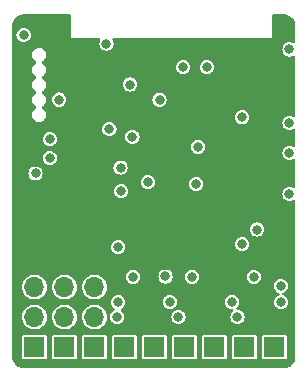
<source format=gbr>
%TF.GenerationSoftware,KiCad,Pcbnew,(6.0.8)*%
%TF.CreationDate,2022-11-21T19:10:26+00:00*%
%TF.ProjectId,m-link-plus,6d2d6c69-6e6b-42d7-906c-75732e6b6963,rev?*%
%TF.SameCoordinates,Original*%
%TF.FileFunction,Copper,L3,Inr*%
%TF.FilePolarity,Positive*%
%FSLAX46Y46*%
G04 Gerber Fmt 4.6, Leading zero omitted, Abs format (unit mm)*
G04 Created by KiCad (PCBNEW (6.0.8)) date 2022-11-21 19:10:26*
%MOMM*%
%LPD*%
G01*
G04 APERTURE LIST*
%TA.AperFunction,ComponentPad*%
%ADD10O,1.700000X1.700000*%
%TD*%
%TA.AperFunction,ComponentPad*%
%ADD11R,1.700000X1.700000*%
%TD*%
%TA.AperFunction,ViaPad*%
%ADD12C,0.800000*%
%TD*%
G04 APERTURE END LIST*
D10*
%TO.N,/CH1*%
%TO.C,J3*%
X80905000Y-92114000D03*
%TO.N,+5V*%
X80905000Y-94654000D03*
D11*
%TO.N,GND*%
X80905000Y-97194000D03*
D10*
%TO.N,/CH2*%
X83445000Y-92114000D03*
%TO.N,+5V*%
X83445000Y-94654000D03*
D11*
%TO.N,GND*%
X83445000Y-97194000D03*
D10*
%TO.N,/CH3*%
X85985000Y-92114000D03*
%TO.N,+5V*%
X85985000Y-94654000D03*
D11*
%TO.N,GND*%
X85985000Y-97194000D03*
%TO.N,/M1A*%
X88525000Y-97194000D03*
%TO.N,/M1B*%
X91065000Y-97194000D03*
%TO.N,/M2A*%
X93605000Y-97194000D03*
%TO.N,/M2B*%
X96145000Y-97194000D03*
%TO.N,/M3A*%
X98685000Y-97194000D03*
%TO.N,/M3B*%
X101225000Y-97194000D03*
%TD*%
D12*
%TO.N,GND*%
X94750000Y-80250000D03*
X89000000Y-74974500D03*
X91500000Y-76250000D03*
X99750000Y-87250000D03*
X88250000Y-84000000D03*
X79987701Y-70787701D03*
X81000000Y-82500000D03*
X88000000Y-88750000D03*
X87000000Y-71500000D03*
X97634000Y-93384000D03*
X92366000Y-93384000D03*
X88000000Y-93400000D03*
X88200000Y-82000000D03*
X101800000Y-93400000D03*
X102500000Y-72000000D03*
X94600000Y-83400000D03*
X101762299Y-92012299D03*
X102500000Y-78250000D03*
%TO.N,/DTR*%
X83000000Y-76250000D03*
%TO.N,+5V*%
X98500000Y-88500000D03*
X98096000Y-94654000D03*
X87904000Y-94654000D03*
X93096000Y-94654000D03*
X92000000Y-91225500D03*
%TO.N,/RESET*%
X93500000Y-73500000D03*
%TO.N,/ADC*%
X102500000Y-80750000D03*
%TO.N,/EN*%
X95500000Y-73500000D03*
%TO.N,/MTDI*%
X82200000Y-81200000D03*
%TO.N,/LED1*%
X98500000Y-77750000D03*
%TO.N,+3V3*%
X89325000Y-76175000D03*
X97000000Y-78750000D03*
X92525000Y-72025000D03*
X88000000Y-91250000D03*
X97000000Y-80250000D03*
X97000000Y-77250000D03*
X98160000Y-91250000D03*
X80250000Y-78750000D03*
X101750000Y-88000000D03*
X81000000Y-83500000D03*
X97000000Y-83250000D03*
X93080000Y-91250000D03*
X93000000Y-77750000D03*
%TO.N,/SCL*%
X89200000Y-79400000D03*
%TO.N,/SDA*%
X87250000Y-78750000D03*
%TO.N,/SLEEP*%
X99480500Y-91250000D03*
X94250000Y-91250000D03*
X89250000Y-91250000D03*
X102500000Y-84250000D03*
%TO.N,/ESP_LED*%
X82200000Y-79600000D03*
%TO.N,/ENABLE*%
X90500000Y-83250000D03*
%TD*%
%TA.AperFunction,Conductor*%
%TO.N,+3V3*%
G36*
X83942121Y-69030502D02*
G01*
X83988614Y-69084158D01*
X84000000Y-69136500D01*
X84000000Y-71000000D01*
X86372300Y-71000000D01*
X86440421Y-71020002D01*
X86486914Y-71073658D01*
X86497018Y-71143932D01*
X86481419Y-71189000D01*
X86480490Y-71190609D01*
X86475464Y-71197159D01*
X86472305Y-71204785D01*
X86472304Y-71204787D01*
X86465586Y-71221006D01*
X86414956Y-71343238D01*
X86394318Y-71500000D01*
X86414956Y-71656762D01*
X86475464Y-71802841D01*
X86571718Y-71928282D01*
X86697159Y-72024536D01*
X86843238Y-72085044D01*
X87000000Y-72105682D01*
X87008188Y-72104604D01*
X87148574Y-72086122D01*
X87156762Y-72085044D01*
X87302841Y-72024536D01*
X87428282Y-71928282D01*
X87524536Y-71802841D01*
X87585044Y-71656762D01*
X87605682Y-71500000D01*
X87585044Y-71343238D01*
X87534414Y-71221006D01*
X87527696Y-71204787D01*
X87527695Y-71204785D01*
X87524536Y-71197159D01*
X87519510Y-71190609D01*
X87518581Y-71189000D01*
X87501843Y-71120005D01*
X87525063Y-71052913D01*
X87580871Y-71009026D01*
X87627700Y-71000000D01*
X101000000Y-71000000D01*
X101000000Y-69136500D01*
X101020002Y-69068379D01*
X101073658Y-69021886D01*
X101126000Y-69010500D01*
X101994491Y-69010500D01*
X101998315Y-69010667D01*
X102000000Y-69011365D01*
X102001365Y-69010800D01*
X102005472Y-69010979D01*
X102043305Y-69014289D01*
X102160847Y-69024573D01*
X102182470Y-69028385D01*
X102251244Y-69046813D01*
X102327781Y-69067321D01*
X102348420Y-69074833D01*
X102484760Y-69138410D01*
X102503780Y-69149392D01*
X102627011Y-69235679D01*
X102643836Y-69249797D01*
X102750203Y-69356164D01*
X102764321Y-69372989D01*
X102850608Y-69496220D01*
X102861590Y-69515240D01*
X102925167Y-69651580D01*
X102932679Y-69672219D01*
X102971614Y-69817526D01*
X102975428Y-69839156D01*
X102989021Y-69994528D01*
X102989200Y-69998635D01*
X102988635Y-70000000D01*
X102989333Y-70001685D01*
X102989500Y-70005509D01*
X102989500Y-71366238D01*
X102969498Y-71434359D01*
X102915842Y-71480852D01*
X102845568Y-71490956D01*
X102804509Y-71476744D01*
X102802841Y-71475464D01*
X102795213Y-71472304D01*
X102664391Y-71418116D01*
X102656762Y-71414956D01*
X102500000Y-71394318D01*
X102343238Y-71414956D01*
X102197159Y-71475464D01*
X102071718Y-71571718D01*
X101975464Y-71697159D01*
X101914956Y-71843238D01*
X101894318Y-72000000D01*
X101914956Y-72156762D01*
X101975464Y-72302841D01*
X102071718Y-72428282D01*
X102197159Y-72524536D01*
X102343238Y-72585044D01*
X102500000Y-72605682D01*
X102508188Y-72604604D01*
X102648574Y-72586122D01*
X102656762Y-72585044D01*
X102786934Y-72531125D01*
X102795215Y-72527695D01*
X102795216Y-72527694D01*
X102802841Y-72524536D01*
X102803718Y-72523863D01*
X102869494Y-72507905D01*
X102936586Y-72531125D01*
X102980474Y-72586931D01*
X102989500Y-72633762D01*
X102989500Y-77616238D01*
X102969498Y-77684359D01*
X102915842Y-77730852D01*
X102845568Y-77740956D01*
X102804509Y-77726744D01*
X102802841Y-77725464D01*
X102795213Y-77722304D01*
X102664391Y-77668116D01*
X102656762Y-77664956D01*
X102500000Y-77644318D01*
X102343238Y-77664956D01*
X102197159Y-77725464D01*
X102071718Y-77821718D01*
X101975464Y-77947159D01*
X101914956Y-78093238D01*
X101894318Y-78250000D01*
X101914956Y-78406762D01*
X101975464Y-78552841D01*
X102071718Y-78678282D01*
X102197159Y-78774536D01*
X102343238Y-78835044D01*
X102500000Y-78855682D01*
X102508188Y-78854604D01*
X102648574Y-78836122D01*
X102656762Y-78835044D01*
X102786934Y-78781125D01*
X102795215Y-78777695D01*
X102795216Y-78777694D01*
X102802841Y-78774536D01*
X102803718Y-78773863D01*
X102869494Y-78757905D01*
X102936586Y-78781125D01*
X102980474Y-78836931D01*
X102989500Y-78883762D01*
X102989500Y-80116238D01*
X102969498Y-80184359D01*
X102915842Y-80230852D01*
X102845568Y-80240956D01*
X102804509Y-80226744D01*
X102802841Y-80225464D01*
X102795213Y-80222304D01*
X102664391Y-80168116D01*
X102656762Y-80164956D01*
X102500000Y-80144318D01*
X102343238Y-80164956D01*
X102197159Y-80225464D01*
X102071718Y-80321718D01*
X101975464Y-80447159D01*
X101914956Y-80593238D01*
X101894318Y-80750000D01*
X101914956Y-80906762D01*
X101975464Y-81052841D01*
X102071718Y-81178282D01*
X102078264Y-81183305D01*
X102107918Y-81206059D01*
X102197159Y-81274536D01*
X102343238Y-81335044D01*
X102500000Y-81355682D01*
X102508188Y-81354604D01*
X102648574Y-81336122D01*
X102656762Y-81335044D01*
X102786934Y-81281125D01*
X102795215Y-81277695D01*
X102795216Y-81277694D01*
X102802841Y-81274536D01*
X102803718Y-81273863D01*
X102869494Y-81257905D01*
X102936586Y-81281125D01*
X102980474Y-81336931D01*
X102989500Y-81383762D01*
X102989500Y-83616238D01*
X102969498Y-83684359D01*
X102915842Y-83730852D01*
X102845568Y-83740956D01*
X102804509Y-83726744D01*
X102802841Y-83725464D01*
X102795213Y-83722304D01*
X102664391Y-83668116D01*
X102656762Y-83664956D01*
X102500000Y-83644318D01*
X102343238Y-83664956D01*
X102197159Y-83725464D01*
X102071718Y-83821718D01*
X101975464Y-83947159D01*
X101914956Y-84093238D01*
X101894318Y-84250000D01*
X101914956Y-84406762D01*
X101975464Y-84552841D01*
X102071718Y-84678282D01*
X102197159Y-84774536D01*
X102343238Y-84835044D01*
X102500000Y-84855682D01*
X102508188Y-84854604D01*
X102648574Y-84836122D01*
X102656762Y-84835044D01*
X102786934Y-84781125D01*
X102795215Y-84777695D01*
X102795216Y-84777694D01*
X102802841Y-84774536D01*
X102803718Y-84773863D01*
X102869494Y-84757905D01*
X102936586Y-84781125D01*
X102980474Y-84836931D01*
X102989500Y-84883762D01*
X102989500Y-97994491D01*
X102989333Y-97998315D01*
X102988635Y-98000000D01*
X102989200Y-98001365D01*
X102989021Y-98005472D01*
X102977904Y-98132547D01*
X102975428Y-98160844D01*
X102971615Y-98182470D01*
X102954994Y-98244500D01*
X102932679Y-98327781D01*
X102925167Y-98348420D01*
X102861590Y-98484760D01*
X102850608Y-98503780D01*
X102764321Y-98627011D01*
X102750203Y-98643836D01*
X102643836Y-98750203D01*
X102627011Y-98764321D01*
X102503780Y-98850608D01*
X102484760Y-98861590D01*
X102348420Y-98925167D01*
X102327780Y-98932679D01*
X102182470Y-98971615D01*
X102160847Y-98975427D01*
X102043305Y-98985711D01*
X102005472Y-98989021D01*
X102001365Y-98989200D01*
X102000000Y-98988635D01*
X101998315Y-98989333D01*
X101994491Y-98989500D01*
X80005509Y-98989500D01*
X80001685Y-98989333D01*
X80000000Y-98988635D01*
X79998635Y-98989200D01*
X79994528Y-98989021D01*
X79956695Y-98985711D01*
X79839153Y-98975427D01*
X79817530Y-98971615D01*
X79672220Y-98932679D01*
X79651580Y-98925167D01*
X79515240Y-98861590D01*
X79496220Y-98850608D01*
X79372989Y-98764321D01*
X79356164Y-98750203D01*
X79249797Y-98643836D01*
X79235679Y-98627011D01*
X79149392Y-98503780D01*
X79138410Y-98484760D01*
X79074833Y-98348420D01*
X79067321Y-98327781D01*
X79045006Y-98244500D01*
X79028385Y-98182470D01*
X79024572Y-98160844D01*
X79022097Y-98132547D01*
X79016078Y-98063748D01*
X79854500Y-98063748D01*
X79866133Y-98122231D01*
X79910448Y-98188552D01*
X79976769Y-98232867D01*
X79988938Y-98235288D01*
X79988939Y-98235288D01*
X80029184Y-98243293D01*
X80035252Y-98244500D01*
X81774748Y-98244500D01*
X81780816Y-98243293D01*
X81821061Y-98235288D01*
X81821062Y-98235288D01*
X81833231Y-98232867D01*
X81899552Y-98188552D01*
X81943867Y-98122231D01*
X81955500Y-98063748D01*
X82394500Y-98063748D01*
X82406133Y-98122231D01*
X82450448Y-98188552D01*
X82516769Y-98232867D01*
X82528938Y-98235288D01*
X82528939Y-98235288D01*
X82569184Y-98243293D01*
X82575252Y-98244500D01*
X84314748Y-98244500D01*
X84320816Y-98243293D01*
X84361061Y-98235288D01*
X84361062Y-98235288D01*
X84373231Y-98232867D01*
X84439552Y-98188552D01*
X84483867Y-98122231D01*
X84495500Y-98063748D01*
X84934500Y-98063748D01*
X84946133Y-98122231D01*
X84990448Y-98188552D01*
X85056769Y-98232867D01*
X85068938Y-98235288D01*
X85068939Y-98235288D01*
X85109184Y-98243293D01*
X85115252Y-98244500D01*
X86854748Y-98244500D01*
X86860816Y-98243293D01*
X86901061Y-98235288D01*
X86901062Y-98235288D01*
X86913231Y-98232867D01*
X86979552Y-98188552D01*
X87023867Y-98122231D01*
X87035500Y-98063748D01*
X87474500Y-98063748D01*
X87486133Y-98122231D01*
X87530448Y-98188552D01*
X87596769Y-98232867D01*
X87608938Y-98235288D01*
X87608939Y-98235288D01*
X87649184Y-98243293D01*
X87655252Y-98244500D01*
X89394748Y-98244500D01*
X89400816Y-98243293D01*
X89441061Y-98235288D01*
X89441062Y-98235288D01*
X89453231Y-98232867D01*
X89519552Y-98188552D01*
X89563867Y-98122231D01*
X89575500Y-98063748D01*
X90014500Y-98063748D01*
X90026133Y-98122231D01*
X90070448Y-98188552D01*
X90136769Y-98232867D01*
X90148938Y-98235288D01*
X90148939Y-98235288D01*
X90189184Y-98243293D01*
X90195252Y-98244500D01*
X91934748Y-98244500D01*
X91940816Y-98243293D01*
X91981061Y-98235288D01*
X91981062Y-98235288D01*
X91993231Y-98232867D01*
X92059552Y-98188552D01*
X92103867Y-98122231D01*
X92115500Y-98063748D01*
X92554500Y-98063748D01*
X92566133Y-98122231D01*
X92610448Y-98188552D01*
X92676769Y-98232867D01*
X92688938Y-98235288D01*
X92688939Y-98235288D01*
X92729184Y-98243293D01*
X92735252Y-98244500D01*
X94474748Y-98244500D01*
X94480816Y-98243293D01*
X94521061Y-98235288D01*
X94521062Y-98235288D01*
X94533231Y-98232867D01*
X94599552Y-98188552D01*
X94643867Y-98122231D01*
X94655500Y-98063748D01*
X95094500Y-98063748D01*
X95106133Y-98122231D01*
X95150448Y-98188552D01*
X95216769Y-98232867D01*
X95228938Y-98235288D01*
X95228939Y-98235288D01*
X95269184Y-98243293D01*
X95275252Y-98244500D01*
X97014748Y-98244500D01*
X97020816Y-98243293D01*
X97061061Y-98235288D01*
X97061062Y-98235288D01*
X97073231Y-98232867D01*
X97139552Y-98188552D01*
X97183867Y-98122231D01*
X97195500Y-98063748D01*
X97634500Y-98063748D01*
X97646133Y-98122231D01*
X97690448Y-98188552D01*
X97756769Y-98232867D01*
X97768938Y-98235288D01*
X97768939Y-98235288D01*
X97809184Y-98243293D01*
X97815252Y-98244500D01*
X99554748Y-98244500D01*
X99560816Y-98243293D01*
X99601061Y-98235288D01*
X99601062Y-98235288D01*
X99613231Y-98232867D01*
X99679552Y-98188552D01*
X99723867Y-98122231D01*
X99735500Y-98063748D01*
X100174500Y-98063748D01*
X100186133Y-98122231D01*
X100230448Y-98188552D01*
X100296769Y-98232867D01*
X100308938Y-98235288D01*
X100308939Y-98235288D01*
X100349184Y-98243293D01*
X100355252Y-98244500D01*
X102094748Y-98244500D01*
X102100816Y-98243293D01*
X102141061Y-98235288D01*
X102141062Y-98235288D01*
X102153231Y-98232867D01*
X102219552Y-98188552D01*
X102263867Y-98122231D01*
X102275500Y-98063748D01*
X102275500Y-96324252D01*
X102263867Y-96265769D01*
X102219552Y-96199448D01*
X102153231Y-96155133D01*
X102141062Y-96152712D01*
X102141061Y-96152712D01*
X102100816Y-96144707D01*
X102094748Y-96143500D01*
X100355252Y-96143500D01*
X100349184Y-96144707D01*
X100308939Y-96152712D01*
X100308938Y-96152712D01*
X100296769Y-96155133D01*
X100230448Y-96199448D01*
X100186133Y-96265769D01*
X100174500Y-96324252D01*
X100174500Y-98063748D01*
X99735500Y-98063748D01*
X99735500Y-96324252D01*
X99723867Y-96265769D01*
X99679552Y-96199448D01*
X99613231Y-96155133D01*
X99601062Y-96152712D01*
X99601061Y-96152712D01*
X99560816Y-96144707D01*
X99554748Y-96143500D01*
X97815252Y-96143500D01*
X97809184Y-96144707D01*
X97768939Y-96152712D01*
X97768938Y-96152712D01*
X97756769Y-96155133D01*
X97690448Y-96199448D01*
X97646133Y-96265769D01*
X97634500Y-96324252D01*
X97634500Y-98063748D01*
X97195500Y-98063748D01*
X97195500Y-96324252D01*
X97183867Y-96265769D01*
X97139552Y-96199448D01*
X97073231Y-96155133D01*
X97061062Y-96152712D01*
X97061061Y-96152712D01*
X97020816Y-96144707D01*
X97014748Y-96143500D01*
X95275252Y-96143500D01*
X95269184Y-96144707D01*
X95228939Y-96152712D01*
X95228938Y-96152712D01*
X95216769Y-96155133D01*
X95150448Y-96199448D01*
X95106133Y-96265769D01*
X95094500Y-96324252D01*
X95094500Y-98063748D01*
X94655500Y-98063748D01*
X94655500Y-96324252D01*
X94643867Y-96265769D01*
X94599552Y-96199448D01*
X94533231Y-96155133D01*
X94521062Y-96152712D01*
X94521061Y-96152712D01*
X94480816Y-96144707D01*
X94474748Y-96143500D01*
X92735252Y-96143500D01*
X92729184Y-96144707D01*
X92688939Y-96152712D01*
X92688938Y-96152712D01*
X92676769Y-96155133D01*
X92610448Y-96199448D01*
X92566133Y-96265769D01*
X92554500Y-96324252D01*
X92554500Y-98063748D01*
X92115500Y-98063748D01*
X92115500Y-96324252D01*
X92103867Y-96265769D01*
X92059552Y-96199448D01*
X91993231Y-96155133D01*
X91981062Y-96152712D01*
X91981061Y-96152712D01*
X91940816Y-96144707D01*
X91934748Y-96143500D01*
X90195252Y-96143500D01*
X90189184Y-96144707D01*
X90148939Y-96152712D01*
X90148938Y-96152712D01*
X90136769Y-96155133D01*
X90070448Y-96199448D01*
X90026133Y-96265769D01*
X90014500Y-96324252D01*
X90014500Y-98063748D01*
X89575500Y-98063748D01*
X89575500Y-96324252D01*
X89563867Y-96265769D01*
X89519552Y-96199448D01*
X89453231Y-96155133D01*
X89441062Y-96152712D01*
X89441061Y-96152712D01*
X89400816Y-96144707D01*
X89394748Y-96143500D01*
X87655252Y-96143500D01*
X87649184Y-96144707D01*
X87608939Y-96152712D01*
X87608938Y-96152712D01*
X87596769Y-96155133D01*
X87530448Y-96199448D01*
X87486133Y-96265769D01*
X87474500Y-96324252D01*
X87474500Y-98063748D01*
X87035500Y-98063748D01*
X87035500Y-96324252D01*
X87023867Y-96265769D01*
X86979552Y-96199448D01*
X86913231Y-96155133D01*
X86901062Y-96152712D01*
X86901061Y-96152712D01*
X86860816Y-96144707D01*
X86854748Y-96143500D01*
X85115252Y-96143500D01*
X85109184Y-96144707D01*
X85068939Y-96152712D01*
X85068938Y-96152712D01*
X85056769Y-96155133D01*
X84990448Y-96199448D01*
X84946133Y-96265769D01*
X84934500Y-96324252D01*
X84934500Y-98063748D01*
X84495500Y-98063748D01*
X84495500Y-96324252D01*
X84483867Y-96265769D01*
X84439552Y-96199448D01*
X84373231Y-96155133D01*
X84361062Y-96152712D01*
X84361061Y-96152712D01*
X84320816Y-96144707D01*
X84314748Y-96143500D01*
X82575252Y-96143500D01*
X82569184Y-96144707D01*
X82528939Y-96152712D01*
X82528938Y-96152712D01*
X82516769Y-96155133D01*
X82450448Y-96199448D01*
X82406133Y-96265769D01*
X82394500Y-96324252D01*
X82394500Y-98063748D01*
X81955500Y-98063748D01*
X81955500Y-96324252D01*
X81943867Y-96265769D01*
X81899552Y-96199448D01*
X81833231Y-96155133D01*
X81821062Y-96152712D01*
X81821061Y-96152712D01*
X81780816Y-96144707D01*
X81774748Y-96143500D01*
X80035252Y-96143500D01*
X80029184Y-96144707D01*
X79988939Y-96152712D01*
X79988938Y-96152712D01*
X79976769Y-96155133D01*
X79910448Y-96199448D01*
X79866133Y-96265769D01*
X79854500Y-96324252D01*
X79854500Y-98063748D01*
X79016078Y-98063748D01*
X79010979Y-98005472D01*
X79010800Y-98001365D01*
X79011365Y-98000000D01*
X79010667Y-97998315D01*
X79010500Y-97994491D01*
X79010500Y-94639262D01*
X79849520Y-94639262D01*
X79866759Y-94844553D01*
X79868458Y-94850478D01*
X79900836Y-94963392D01*
X79923544Y-95042586D01*
X79926359Y-95048063D01*
X79926360Y-95048066D01*
X79946526Y-95087305D01*
X80017712Y-95225818D01*
X80145677Y-95387270D01*
X80302564Y-95520791D01*
X80482398Y-95621297D01*
X80577238Y-95652113D01*
X80672471Y-95683056D01*
X80672475Y-95683057D01*
X80678329Y-95684959D01*
X80882894Y-95709351D01*
X80889029Y-95708879D01*
X80889031Y-95708879D01*
X80945039Y-95704569D01*
X81088300Y-95693546D01*
X81094230Y-95691890D01*
X81094232Y-95691890D01*
X81280797Y-95639800D01*
X81280796Y-95639800D01*
X81286725Y-95638145D01*
X81292214Y-95635372D01*
X81292220Y-95635370D01*
X81465116Y-95548033D01*
X81470610Y-95545258D01*
X81632951Y-95418424D01*
X81767564Y-95262472D01*
X81788387Y-95225818D01*
X81866276Y-95088707D01*
X81869323Y-95083344D01*
X81934351Y-94887863D01*
X81960171Y-94683474D01*
X81960583Y-94654000D01*
X81959138Y-94639262D01*
X82389520Y-94639262D01*
X82406759Y-94844553D01*
X82408458Y-94850478D01*
X82440836Y-94963392D01*
X82463544Y-95042586D01*
X82466359Y-95048063D01*
X82466360Y-95048066D01*
X82486526Y-95087305D01*
X82557712Y-95225818D01*
X82685677Y-95387270D01*
X82842564Y-95520791D01*
X83022398Y-95621297D01*
X83117238Y-95652113D01*
X83212471Y-95683056D01*
X83212475Y-95683057D01*
X83218329Y-95684959D01*
X83422894Y-95709351D01*
X83429029Y-95708879D01*
X83429031Y-95708879D01*
X83485039Y-95704569D01*
X83628300Y-95693546D01*
X83634230Y-95691890D01*
X83634232Y-95691890D01*
X83820797Y-95639800D01*
X83820796Y-95639800D01*
X83826725Y-95638145D01*
X83832214Y-95635372D01*
X83832220Y-95635370D01*
X84005116Y-95548033D01*
X84010610Y-95545258D01*
X84172951Y-95418424D01*
X84307564Y-95262472D01*
X84328387Y-95225818D01*
X84406276Y-95088707D01*
X84409323Y-95083344D01*
X84474351Y-94887863D01*
X84500171Y-94683474D01*
X84500583Y-94654000D01*
X84499138Y-94639262D01*
X84929520Y-94639262D01*
X84946759Y-94844553D01*
X84948458Y-94850478D01*
X84980836Y-94963392D01*
X85003544Y-95042586D01*
X85006359Y-95048063D01*
X85006360Y-95048066D01*
X85026526Y-95087305D01*
X85097712Y-95225818D01*
X85225677Y-95387270D01*
X85382564Y-95520791D01*
X85562398Y-95621297D01*
X85657238Y-95652113D01*
X85752471Y-95683056D01*
X85752475Y-95683057D01*
X85758329Y-95684959D01*
X85962894Y-95709351D01*
X85969029Y-95708879D01*
X85969031Y-95708879D01*
X86025039Y-95704569D01*
X86168300Y-95693546D01*
X86174230Y-95691890D01*
X86174232Y-95691890D01*
X86360797Y-95639800D01*
X86360796Y-95639800D01*
X86366725Y-95638145D01*
X86372214Y-95635372D01*
X86372220Y-95635370D01*
X86545116Y-95548033D01*
X86550610Y-95545258D01*
X86712951Y-95418424D01*
X86847564Y-95262472D01*
X86868387Y-95225818D01*
X86946276Y-95088707D01*
X86949323Y-95083344D01*
X87014351Y-94887863D01*
X87040171Y-94683474D01*
X87040583Y-94654000D01*
X87298318Y-94654000D01*
X87318956Y-94810762D01*
X87379464Y-94956841D01*
X87475718Y-95082282D01*
X87601159Y-95178536D01*
X87747238Y-95239044D01*
X87904000Y-95259682D01*
X87912188Y-95258604D01*
X88052574Y-95240122D01*
X88060762Y-95239044D01*
X88206841Y-95178536D01*
X88332282Y-95082282D01*
X88428536Y-94956841D01*
X88489044Y-94810762D01*
X88509682Y-94654000D01*
X92490318Y-94654000D01*
X92510956Y-94810762D01*
X92571464Y-94956841D01*
X92667718Y-95082282D01*
X92793159Y-95178536D01*
X92939238Y-95239044D01*
X93096000Y-95259682D01*
X93104188Y-95258604D01*
X93244574Y-95240122D01*
X93252762Y-95239044D01*
X93398841Y-95178536D01*
X93524282Y-95082282D01*
X93620536Y-94956841D01*
X93681044Y-94810762D01*
X93701682Y-94654000D01*
X93681044Y-94497238D01*
X93620536Y-94351159D01*
X93524282Y-94225718D01*
X93398841Y-94129464D01*
X93252762Y-94068956D01*
X93096000Y-94048318D01*
X92939238Y-94068956D01*
X92793159Y-94129464D01*
X92667718Y-94225718D01*
X92571464Y-94351159D01*
X92510956Y-94497238D01*
X92490318Y-94654000D01*
X88509682Y-94654000D01*
X88489044Y-94497238D01*
X88428536Y-94351159D01*
X88332282Y-94225718D01*
X88325735Y-94220694D01*
X88325732Y-94220691D01*
X88240195Y-94155056D01*
X88198328Y-94097718D01*
X88194106Y-94026847D01*
X88228870Y-93964945D01*
X88268682Y-93938685D01*
X88302841Y-93924536D01*
X88428282Y-93828282D01*
X88524536Y-93702841D01*
X88585044Y-93556762D01*
X88605682Y-93400000D01*
X88603576Y-93384000D01*
X91760318Y-93384000D01*
X91780956Y-93540762D01*
X91841464Y-93686841D01*
X91937718Y-93812282D01*
X92063159Y-93908536D01*
X92209238Y-93969044D01*
X92366000Y-93989682D01*
X92374188Y-93988604D01*
X92376247Y-93988333D01*
X92522762Y-93969044D01*
X92668841Y-93908536D01*
X92794282Y-93812282D01*
X92890536Y-93686841D01*
X92951044Y-93540762D01*
X92971682Y-93384000D01*
X97028318Y-93384000D01*
X97048956Y-93540762D01*
X97109464Y-93686841D01*
X97205718Y-93812282D01*
X97331159Y-93908536D01*
X97477238Y-93969044D01*
X97519180Y-93974566D01*
X97623751Y-93988333D01*
X97688679Y-94017056D01*
X97727770Y-94076321D01*
X97728615Y-94147312D01*
X97690945Y-94207491D01*
X97684007Y-94213219D01*
X97667718Y-94225718D01*
X97571464Y-94351159D01*
X97510956Y-94497238D01*
X97490318Y-94654000D01*
X97510956Y-94810762D01*
X97571464Y-94956841D01*
X97667718Y-95082282D01*
X97793159Y-95178536D01*
X97939238Y-95239044D01*
X98096000Y-95259682D01*
X98104188Y-95258604D01*
X98244574Y-95240122D01*
X98252762Y-95239044D01*
X98398841Y-95178536D01*
X98524282Y-95082282D01*
X98620536Y-94956841D01*
X98681044Y-94810762D01*
X98701682Y-94654000D01*
X98681044Y-94497238D01*
X98620536Y-94351159D01*
X98524282Y-94225718D01*
X98398841Y-94129464D01*
X98252762Y-94068956D01*
X98207772Y-94063033D01*
X98106249Y-94049667D01*
X98041321Y-94020944D01*
X98002230Y-93961679D01*
X98001385Y-93890688D01*
X98039055Y-93830509D01*
X98045993Y-93824781D01*
X98055735Y-93817306D01*
X98055736Y-93817305D01*
X98062282Y-93812282D01*
X98158536Y-93686841D01*
X98219044Y-93540762D01*
X98239682Y-93384000D01*
X98219044Y-93227238D01*
X98158536Y-93081159D01*
X98090059Y-92991918D01*
X98067305Y-92962264D01*
X98062282Y-92955718D01*
X97936841Y-92859464D01*
X97790762Y-92798956D01*
X97634000Y-92778318D01*
X97477238Y-92798956D01*
X97331159Y-92859464D01*
X97205718Y-92955718D01*
X97200695Y-92962264D01*
X97177941Y-92991918D01*
X97109464Y-93081159D01*
X97048956Y-93227238D01*
X97028318Y-93384000D01*
X92971682Y-93384000D01*
X92951044Y-93227238D01*
X92890536Y-93081159D01*
X92822059Y-92991918D01*
X92799305Y-92962264D01*
X92794282Y-92955718D01*
X92668841Y-92859464D01*
X92522762Y-92798956D01*
X92366000Y-92778318D01*
X92209238Y-92798956D01*
X92063159Y-92859464D01*
X91937718Y-92955718D01*
X91932695Y-92962264D01*
X91909941Y-92991918D01*
X91841464Y-93081159D01*
X91780956Y-93227238D01*
X91760318Y-93384000D01*
X88603576Y-93384000D01*
X88585044Y-93243238D01*
X88524536Y-93097159D01*
X88428282Y-92971718D01*
X88302841Y-92875464D01*
X88156762Y-92814956D01*
X88000000Y-92794318D01*
X87843238Y-92814956D01*
X87697159Y-92875464D01*
X87571718Y-92971718D01*
X87475464Y-93097159D01*
X87414956Y-93243238D01*
X87394318Y-93400000D01*
X87414956Y-93556762D01*
X87475464Y-93702841D01*
X87571718Y-93828282D01*
X87578264Y-93833305D01*
X87578268Y-93833309D01*
X87663805Y-93898944D01*
X87705672Y-93956282D01*
X87709894Y-94027153D01*
X87675130Y-94089055D01*
X87635319Y-94115315D01*
X87601159Y-94129464D01*
X87475718Y-94225718D01*
X87379464Y-94351159D01*
X87318956Y-94497238D01*
X87298318Y-94654000D01*
X87040583Y-94654000D01*
X87020480Y-94448970D01*
X86960935Y-94251749D01*
X86864218Y-94069849D01*
X86778660Y-93964945D01*
X86737906Y-93914975D01*
X86737903Y-93914972D01*
X86734011Y-93910200D01*
X86641066Y-93833309D01*
X86580025Y-93782811D01*
X86580021Y-93782809D01*
X86575275Y-93778882D01*
X86394055Y-93680897D01*
X86197254Y-93619977D01*
X86191129Y-93619333D01*
X86191128Y-93619333D01*
X85998498Y-93599087D01*
X85998496Y-93599087D01*
X85992369Y-93598443D01*
X85905529Y-93606346D01*
X85793342Y-93616555D01*
X85793339Y-93616556D01*
X85787203Y-93617114D01*
X85589572Y-93675280D01*
X85407002Y-93770726D01*
X85402201Y-93774586D01*
X85402198Y-93774588D01*
X85329169Y-93833305D01*
X85246447Y-93899815D01*
X85114024Y-94057630D01*
X85111056Y-94063028D01*
X85111053Y-94063033D01*
X85021617Y-94225718D01*
X85014776Y-94238162D01*
X84952484Y-94434532D01*
X84951798Y-94440649D01*
X84951797Y-94440653D01*
X84946306Y-94489609D01*
X84929520Y-94639262D01*
X84499138Y-94639262D01*
X84480480Y-94448970D01*
X84420935Y-94251749D01*
X84324218Y-94069849D01*
X84238660Y-93964945D01*
X84197906Y-93914975D01*
X84197903Y-93914972D01*
X84194011Y-93910200D01*
X84101066Y-93833309D01*
X84040025Y-93782811D01*
X84040021Y-93782809D01*
X84035275Y-93778882D01*
X83854055Y-93680897D01*
X83657254Y-93619977D01*
X83651129Y-93619333D01*
X83651128Y-93619333D01*
X83458498Y-93599087D01*
X83458496Y-93599087D01*
X83452369Y-93598443D01*
X83365529Y-93606346D01*
X83253342Y-93616555D01*
X83253339Y-93616556D01*
X83247203Y-93617114D01*
X83049572Y-93675280D01*
X82867002Y-93770726D01*
X82862201Y-93774586D01*
X82862198Y-93774588D01*
X82789169Y-93833305D01*
X82706447Y-93899815D01*
X82574024Y-94057630D01*
X82571056Y-94063028D01*
X82571053Y-94063033D01*
X82481617Y-94225718D01*
X82474776Y-94238162D01*
X82412484Y-94434532D01*
X82411798Y-94440649D01*
X82411797Y-94440653D01*
X82406306Y-94489609D01*
X82389520Y-94639262D01*
X81959138Y-94639262D01*
X81940480Y-94448970D01*
X81880935Y-94251749D01*
X81784218Y-94069849D01*
X81698660Y-93964945D01*
X81657906Y-93914975D01*
X81657903Y-93914972D01*
X81654011Y-93910200D01*
X81561066Y-93833309D01*
X81500025Y-93782811D01*
X81500021Y-93782809D01*
X81495275Y-93778882D01*
X81314055Y-93680897D01*
X81117254Y-93619977D01*
X81111129Y-93619333D01*
X81111128Y-93619333D01*
X80918498Y-93599087D01*
X80918496Y-93599087D01*
X80912369Y-93598443D01*
X80825529Y-93606346D01*
X80713342Y-93616555D01*
X80713339Y-93616556D01*
X80707203Y-93617114D01*
X80509572Y-93675280D01*
X80327002Y-93770726D01*
X80322201Y-93774586D01*
X80322198Y-93774588D01*
X80249169Y-93833305D01*
X80166447Y-93899815D01*
X80034024Y-94057630D01*
X80031056Y-94063028D01*
X80031053Y-94063033D01*
X79941617Y-94225718D01*
X79934776Y-94238162D01*
X79872484Y-94434532D01*
X79871798Y-94440649D01*
X79871797Y-94440653D01*
X79866306Y-94489609D01*
X79849520Y-94639262D01*
X79010500Y-94639262D01*
X79010500Y-92099262D01*
X79849520Y-92099262D01*
X79866759Y-92304553D01*
X79868458Y-92310478D01*
X79907205Y-92445604D01*
X79923544Y-92502586D01*
X79926359Y-92508063D01*
X79926360Y-92508066D01*
X80014897Y-92680341D01*
X80017712Y-92685818D01*
X80145677Y-92847270D01*
X80150370Y-92851264D01*
X80150371Y-92851265D01*
X80184712Y-92880491D01*
X80302564Y-92980791D01*
X80482398Y-93081297D01*
X80554699Y-93104789D01*
X80672471Y-93143056D01*
X80672475Y-93143057D01*
X80678329Y-93144959D01*
X80882894Y-93169351D01*
X80889029Y-93168879D01*
X80889031Y-93168879D01*
X80945039Y-93164569D01*
X81088300Y-93153546D01*
X81094230Y-93151890D01*
X81094232Y-93151890D01*
X81218104Y-93117304D01*
X81286725Y-93098145D01*
X81292214Y-93095372D01*
X81292220Y-93095370D01*
X81465116Y-93008033D01*
X81470610Y-93005258D01*
X81513540Y-92971718D01*
X81628101Y-92882213D01*
X81632951Y-92878424D01*
X81652045Y-92856304D01*
X81763540Y-92727134D01*
X81763540Y-92727133D01*
X81767564Y-92722472D01*
X81788387Y-92685818D01*
X81809467Y-92648709D01*
X81869323Y-92543344D01*
X81934351Y-92347863D01*
X81960171Y-92143474D01*
X81960583Y-92114000D01*
X81959138Y-92099262D01*
X82389520Y-92099262D01*
X82406759Y-92304553D01*
X82408458Y-92310478D01*
X82447205Y-92445604D01*
X82463544Y-92502586D01*
X82466359Y-92508063D01*
X82466360Y-92508066D01*
X82554897Y-92680341D01*
X82557712Y-92685818D01*
X82685677Y-92847270D01*
X82690370Y-92851264D01*
X82690371Y-92851265D01*
X82724712Y-92880491D01*
X82842564Y-92980791D01*
X83022398Y-93081297D01*
X83094699Y-93104789D01*
X83212471Y-93143056D01*
X83212475Y-93143057D01*
X83218329Y-93144959D01*
X83422894Y-93169351D01*
X83429029Y-93168879D01*
X83429031Y-93168879D01*
X83485039Y-93164569D01*
X83628300Y-93153546D01*
X83634230Y-93151890D01*
X83634232Y-93151890D01*
X83758104Y-93117304D01*
X83826725Y-93098145D01*
X83832214Y-93095372D01*
X83832220Y-93095370D01*
X84005116Y-93008033D01*
X84010610Y-93005258D01*
X84053540Y-92971718D01*
X84168101Y-92882213D01*
X84172951Y-92878424D01*
X84192045Y-92856304D01*
X84303540Y-92727134D01*
X84303540Y-92727133D01*
X84307564Y-92722472D01*
X84328387Y-92685818D01*
X84349467Y-92648709D01*
X84409323Y-92543344D01*
X84474351Y-92347863D01*
X84500171Y-92143474D01*
X84500583Y-92114000D01*
X84499138Y-92099262D01*
X84929520Y-92099262D01*
X84946759Y-92304553D01*
X84948458Y-92310478D01*
X84987205Y-92445604D01*
X85003544Y-92502586D01*
X85006359Y-92508063D01*
X85006360Y-92508066D01*
X85094897Y-92680341D01*
X85097712Y-92685818D01*
X85225677Y-92847270D01*
X85230370Y-92851264D01*
X85230371Y-92851265D01*
X85264712Y-92880491D01*
X85382564Y-92980791D01*
X85562398Y-93081297D01*
X85634699Y-93104789D01*
X85752471Y-93143056D01*
X85752475Y-93143057D01*
X85758329Y-93144959D01*
X85962894Y-93169351D01*
X85969029Y-93168879D01*
X85969031Y-93168879D01*
X86025039Y-93164569D01*
X86168300Y-93153546D01*
X86174230Y-93151890D01*
X86174232Y-93151890D01*
X86298104Y-93117304D01*
X86366725Y-93098145D01*
X86372214Y-93095372D01*
X86372220Y-93095370D01*
X86545116Y-93008033D01*
X86550610Y-93005258D01*
X86593540Y-92971718D01*
X86708101Y-92882213D01*
X86712951Y-92878424D01*
X86732045Y-92856304D01*
X86843540Y-92727134D01*
X86843540Y-92727133D01*
X86847564Y-92722472D01*
X86868387Y-92685818D01*
X86889467Y-92648709D01*
X86949323Y-92543344D01*
X87014351Y-92347863D01*
X87040171Y-92143474D01*
X87040583Y-92114000D01*
X87030611Y-92012299D01*
X101156617Y-92012299D01*
X101177255Y-92169061D01*
X101237763Y-92315140D01*
X101334017Y-92440581D01*
X101459458Y-92536835D01*
X101568438Y-92581976D01*
X101605537Y-92597343D01*
X101604216Y-92600532D01*
X101651212Y-92629220D01*
X101682191Y-92693101D01*
X101673716Y-92763590D01*
X101628477Y-92818307D01*
X101606144Y-92830321D01*
X101497159Y-92875464D01*
X101371718Y-92971718D01*
X101275464Y-93097159D01*
X101214956Y-93243238D01*
X101194318Y-93400000D01*
X101214956Y-93556762D01*
X101275464Y-93702841D01*
X101371718Y-93828282D01*
X101497159Y-93924536D01*
X101643238Y-93985044D01*
X101651426Y-93986122D01*
X101670279Y-93988604D01*
X101800000Y-94005682D01*
X101808188Y-94004604D01*
X101948574Y-93986122D01*
X101956762Y-93985044D01*
X102102841Y-93924536D01*
X102228282Y-93828282D01*
X102324536Y-93702841D01*
X102385044Y-93556762D01*
X102405682Y-93400000D01*
X102385044Y-93243238D01*
X102324536Y-93097159D01*
X102228282Y-92971718D01*
X102102841Y-92875464D01*
X101956762Y-92814956D01*
X101958083Y-92811767D01*
X101911087Y-92783079D01*
X101880108Y-92719198D01*
X101888583Y-92648709D01*
X101933822Y-92593992D01*
X101956155Y-92581978D01*
X102065140Y-92536835D01*
X102190581Y-92440581D01*
X102286835Y-92315140D01*
X102347343Y-92169061D01*
X102367981Y-92012299D01*
X102347343Y-91855537D01*
X102286835Y-91709458D01*
X102190581Y-91584017D01*
X102065140Y-91487763D01*
X101919061Y-91427255D01*
X101762299Y-91406617D01*
X101605537Y-91427255D01*
X101459458Y-91487763D01*
X101334017Y-91584017D01*
X101237763Y-91709458D01*
X101177255Y-91855537D01*
X101156617Y-92012299D01*
X87030611Y-92012299D01*
X87020480Y-91908970D01*
X86960935Y-91711749D01*
X86864218Y-91529849D01*
X86779665Y-91426177D01*
X86737906Y-91374975D01*
X86737903Y-91374972D01*
X86734011Y-91370200D01*
X86716786Y-91355950D01*
X86588715Y-91250000D01*
X88644318Y-91250000D01*
X88645396Y-91258188D01*
X88658267Y-91355950D01*
X88664956Y-91406762D01*
X88725464Y-91552841D01*
X88821718Y-91678282D01*
X88947159Y-91774536D01*
X89093238Y-91835044D01*
X89250000Y-91855682D01*
X89258188Y-91854604D01*
X89398574Y-91836122D01*
X89406762Y-91835044D01*
X89552841Y-91774536D01*
X89678282Y-91678282D01*
X89774536Y-91552841D01*
X89835044Y-91406762D01*
X89841734Y-91355950D01*
X89854604Y-91258188D01*
X89855682Y-91250000D01*
X89852457Y-91225500D01*
X91394318Y-91225500D01*
X91414956Y-91382262D01*
X91475464Y-91528341D01*
X91571718Y-91653782D01*
X91697159Y-91750036D01*
X91843238Y-91810544D01*
X92000000Y-91831182D01*
X92008188Y-91830104D01*
X92148574Y-91811622D01*
X92156762Y-91810544D01*
X92302841Y-91750036D01*
X92428282Y-91653782D01*
X92524536Y-91528341D01*
X92585044Y-91382262D01*
X92602457Y-91250000D01*
X93644318Y-91250000D01*
X93645396Y-91258188D01*
X93658267Y-91355950D01*
X93664956Y-91406762D01*
X93725464Y-91552841D01*
X93821718Y-91678282D01*
X93947159Y-91774536D01*
X94093238Y-91835044D01*
X94250000Y-91855682D01*
X94258188Y-91854604D01*
X94398574Y-91836122D01*
X94406762Y-91835044D01*
X94552841Y-91774536D01*
X94678282Y-91678282D01*
X94774536Y-91552841D01*
X94835044Y-91406762D01*
X94841734Y-91355950D01*
X94854604Y-91258188D01*
X94855682Y-91250000D01*
X98874818Y-91250000D01*
X98875896Y-91258188D01*
X98888767Y-91355950D01*
X98895456Y-91406762D01*
X98955964Y-91552841D01*
X99052218Y-91678282D01*
X99177659Y-91774536D01*
X99323738Y-91835044D01*
X99480500Y-91855682D01*
X99488688Y-91854604D01*
X99629074Y-91836122D01*
X99637262Y-91835044D01*
X99783341Y-91774536D01*
X99908782Y-91678282D01*
X100005036Y-91552841D01*
X100065544Y-91406762D01*
X100072234Y-91355950D01*
X100085104Y-91258188D01*
X100086182Y-91250000D01*
X100065544Y-91093238D01*
X100005036Y-90947159D01*
X99908782Y-90821718D01*
X99783341Y-90725464D01*
X99637262Y-90664956D01*
X99480500Y-90644318D01*
X99323738Y-90664956D01*
X99177659Y-90725464D01*
X99052218Y-90821718D01*
X98955964Y-90947159D01*
X98895456Y-91093238D01*
X98874818Y-91250000D01*
X94855682Y-91250000D01*
X94835044Y-91093238D01*
X94774536Y-90947159D01*
X94678282Y-90821718D01*
X94552841Y-90725464D01*
X94406762Y-90664956D01*
X94250000Y-90644318D01*
X94093238Y-90664956D01*
X93947159Y-90725464D01*
X93821718Y-90821718D01*
X93725464Y-90947159D01*
X93664956Y-91093238D01*
X93644318Y-91250000D01*
X92602457Y-91250000D01*
X92605682Y-91225500D01*
X92585044Y-91068738D01*
X92524536Y-90922659D01*
X92428282Y-90797218D01*
X92302841Y-90700964D01*
X92156762Y-90640456D01*
X92000000Y-90619818D01*
X91843238Y-90640456D01*
X91697159Y-90700964D01*
X91571718Y-90797218D01*
X91475464Y-90922659D01*
X91414956Y-91068738D01*
X91394318Y-91225500D01*
X89852457Y-91225500D01*
X89835044Y-91093238D01*
X89774536Y-90947159D01*
X89678282Y-90821718D01*
X89552841Y-90725464D01*
X89406762Y-90664956D01*
X89250000Y-90644318D01*
X89093238Y-90664956D01*
X88947159Y-90725464D01*
X88821718Y-90821718D01*
X88725464Y-90947159D01*
X88664956Y-91093238D01*
X88644318Y-91250000D01*
X86588715Y-91250000D01*
X86580025Y-91242811D01*
X86580021Y-91242809D01*
X86575275Y-91238882D01*
X86394055Y-91140897D01*
X86197254Y-91079977D01*
X86191129Y-91079333D01*
X86191128Y-91079333D01*
X85998498Y-91059087D01*
X85998496Y-91059087D01*
X85992369Y-91058443D01*
X85905529Y-91066346D01*
X85793342Y-91076555D01*
X85793339Y-91076556D01*
X85787203Y-91077114D01*
X85589572Y-91135280D01*
X85407002Y-91230726D01*
X85402201Y-91234586D01*
X85402198Y-91234588D01*
X85251254Y-91355950D01*
X85246447Y-91359815D01*
X85114024Y-91517630D01*
X85111056Y-91523028D01*
X85111053Y-91523033D01*
X85029304Y-91671736D01*
X85014776Y-91698162D01*
X85012913Y-91704035D01*
X84978785Y-91811622D01*
X84952484Y-91894532D01*
X84951798Y-91900649D01*
X84951797Y-91900653D01*
X84940193Y-92004111D01*
X84929520Y-92099262D01*
X84499138Y-92099262D01*
X84480480Y-91908970D01*
X84420935Y-91711749D01*
X84324218Y-91529849D01*
X84239665Y-91426177D01*
X84197906Y-91374975D01*
X84197903Y-91374972D01*
X84194011Y-91370200D01*
X84176786Y-91355950D01*
X84040025Y-91242811D01*
X84040021Y-91242809D01*
X84035275Y-91238882D01*
X83854055Y-91140897D01*
X83657254Y-91079977D01*
X83651129Y-91079333D01*
X83651128Y-91079333D01*
X83458498Y-91059087D01*
X83458496Y-91059087D01*
X83452369Y-91058443D01*
X83365529Y-91066346D01*
X83253342Y-91076555D01*
X83253339Y-91076556D01*
X83247203Y-91077114D01*
X83049572Y-91135280D01*
X82867002Y-91230726D01*
X82862201Y-91234586D01*
X82862198Y-91234588D01*
X82711254Y-91355950D01*
X82706447Y-91359815D01*
X82574024Y-91517630D01*
X82571056Y-91523028D01*
X82571053Y-91523033D01*
X82489304Y-91671736D01*
X82474776Y-91698162D01*
X82472913Y-91704035D01*
X82438785Y-91811622D01*
X82412484Y-91894532D01*
X82411798Y-91900649D01*
X82411797Y-91900653D01*
X82400193Y-92004111D01*
X82389520Y-92099262D01*
X81959138Y-92099262D01*
X81940480Y-91908970D01*
X81880935Y-91711749D01*
X81784218Y-91529849D01*
X81699665Y-91426177D01*
X81657906Y-91374975D01*
X81657903Y-91374972D01*
X81654011Y-91370200D01*
X81636786Y-91355950D01*
X81500025Y-91242811D01*
X81500021Y-91242809D01*
X81495275Y-91238882D01*
X81314055Y-91140897D01*
X81117254Y-91079977D01*
X81111129Y-91079333D01*
X81111128Y-91079333D01*
X80918498Y-91059087D01*
X80918496Y-91059087D01*
X80912369Y-91058443D01*
X80825529Y-91066346D01*
X80713342Y-91076555D01*
X80713339Y-91076556D01*
X80707203Y-91077114D01*
X80509572Y-91135280D01*
X80327002Y-91230726D01*
X80322201Y-91234586D01*
X80322198Y-91234588D01*
X80171254Y-91355950D01*
X80166447Y-91359815D01*
X80034024Y-91517630D01*
X80031056Y-91523028D01*
X80031053Y-91523033D01*
X79949304Y-91671736D01*
X79934776Y-91698162D01*
X79932913Y-91704035D01*
X79898785Y-91811622D01*
X79872484Y-91894532D01*
X79871798Y-91900649D01*
X79871797Y-91900653D01*
X79860193Y-92004111D01*
X79849520Y-92099262D01*
X79010500Y-92099262D01*
X79010500Y-88750000D01*
X87394318Y-88750000D01*
X87414956Y-88906762D01*
X87475464Y-89052841D01*
X87571718Y-89178282D01*
X87697159Y-89274536D01*
X87843238Y-89335044D01*
X88000000Y-89355682D01*
X88008188Y-89354604D01*
X88148574Y-89336122D01*
X88156762Y-89335044D01*
X88302841Y-89274536D01*
X88428282Y-89178282D01*
X88524536Y-89052841D01*
X88585044Y-88906762D01*
X88605682Y-88750000D01*
X88585044Y-88593238D01*
X88546423Y-88500000D01*
X97894318Y-88500000D01*
X97914956Y-88656762D01*
X97975464Y-88802841D01*
X98071718Y-88928282D01*
X98197159Y-89024536D01*
X98343238Y-89085044D01*
X98500000Y-89105682D01*
X98508188Y-89104604D01*
X98648574Y-89086122D01*
X98656762Y-89085044D01*
X98802841Y-89024536D01*
X98928282Y-88928282D01*
X99024536Y-88802841D01*
X99085044Y-88656762D01*
X99105682Y-88500000D01*
X99085044Y-88343238D01*
X99024536Y-88197159D01*
X98928282Y-88071718D01*
X98802841Y-87975464D01*
X98656762Y-87914956D01*
X98500000Y-87894318D01*
X98343238Y-87914956D01*
X98197159Y-87975464D01*
X98071718Y-88071718D01*
X97975464Y-88197159D01*
X97914956Y-88343238D01*
X97894318Y-88500000D01*
X88546423Y-88500000D01*
X88524536Y-88447159D01*
X88428282Y-88321718D01*
X88302841Y-88225464D01*
X88156762Y-88164956D01*
X88000000Y-88144318D01*
X87843238Y-88164956D01*
X87697159Y-88225464D01*
X87571718Y-88321718D01*
X87475464Y-88447159D01*
X87414956Y-88593238D01*
X87394318Y-88750000D01*
X79010500Y-88750000D01*
X79010500Y-87250000D01*
X99144318Y-87250000D01*
X99164956Y-87406762D01*
X99225464Y-87552841D01*
X99321718Y-87678282D01*
X99447159Y-87774536D01*
X99593238Y-87835044D01*
X99750000Y-87855682D01*
X99758188Y-87854604D01*
X99898574Y-87836122D01*
X99906762Y-87835044D01*
X100052841Y-87774536D01*
X100178282Y-87678282D01*
X100274536Y-87552841D01*
X100335044Y-87406762D01*
X100355682Y-87250000D01*
X100335044Y-87093238D01*
X100274536Y-86947159D01*
X100178282Y-86821718D01*
X100052841Y-86725464D01*
X99906762Y-86664956D01*
X99750000Y-86644318D01*
X99593238Y-86664956D01*
X99447159Y-86725464D01*
X99321718Y-86821718D01*
X99225464Y-86947159D01*
X99164956Y-87093238D01*
X99144318Y-87250000D01*
X79010500Y-87250000D01*
X79010500Y-84000000D01*
X87644318Y-84000000D01*
X87664956Y-84156762D01*
X87725464Y-84302841D01*
X87821718Y-84428282D01*
X87947159Y-84524536D01*
X88093238Y-84585044D01*
X88250000Y-84605682D01*
X88258188Y-84604604D01*
X88398574Y-84586122D01*
X88406762Y-84585044D01*
X88552841Y-84524536D01*
X88678282Y-84428282D01*
X88774536Y-84302841D01*
X88835044Y-84156762D01*
X88855682Y-84000000D01*
X88835044Y-83843238D01*
X88774536Y-83697159D01*
X88678282Y-83571718D01*
X88552841Y-83475464D01*
X88406762Y-83414956D01*
X88250000Y-83394318D01*
X88093238Y-83414956D01*
X87947159Y-83475464D01*
X87821718Y-83571718D01*
X87725464Y-83697159D01*
X87664956Y-83843238D01*
X87644318Y-84000000D01*
X79010500Y-84000000D01*
X79010500Y-83250000D01*
X89894318Y-83250000D01*
X89914956Y-83406762D01*
X89975464Y-83552841D01*
X90071718Y-83678282D01*
X90197159Y-83774536D01*
X90343238Y-83835044D01*
X90500000Y-83855682D01*
X90508188Y-83854604D01*
X90648574Y-83836122D01*
X90656762Y-83835044D01*
X90802841Y-83774536D01*
X90928282Y-83678282D01*
X91024536Y-83552841D01*
X91085044Y-83406762D01*
X91085934Y-83400000D01*
X93994318Y-83400000D01*
X94014956Y-83556762D01*
X94075464Y-83702841D01*
X94171718Y-83828282D01*
X94297159Y-83924536D01*
X94443238Y-83985044D01*
X94600000Y-84005682D01*
X94608188Y-84004604D01*
X94748574Y-83986122D01*
X94756762Y-83985044D01*
X94902841Y-83924536D01*
X95028282Y-83828282D01*
X95124536Y-83702841D01*
X95185044Y-83556762D01*
X95205682Y-83400000D01*
X95185044Y-83243238D01*
X95124536Y-83097159D01*
X95028282Y-82971718D01*
X94902841Y-82875464D01*
X94756762Y-82814956D01*
X94600000Y-82794318D01*
X94443238Y-82814956D01*
X94297159Y-82875464D01*
X94171718Y-82971718D01*
X94075464Y-83097159D01*
X94014956Y-83243238D01*
X93994318Y-83400000D01*
X91085934Y-83400000D01*
X91105682Y-83250000D01*
X91085044Y-83093238D01*
X91024536Y-82947159D01*
X90928282Y-82821718D01*
X90802841Y-82725464D01*
X90656762Y-82664956D01*
X90500000Y-82644318D01*
X90343238Y-82664956D01*
X90197159Y-82725464D01*
X90071718Y-82821718D01*
X89975464Y-82947159D01*
X89914956Y-83093238D01*
X89894318Y-83250000D01*
X79010500Y-83250000D01*
X79010500Y-82500000D01*
X80394318Y-82500000D01*
X80414956Y-82656762D01*
X80475464Y-82802841D01*
X80571718Y-82928282D01*
X80697159Y-83024536D01*
X80843238Y-83085044D01*
X81000000Y-83105682D01*
X81008188Y-83104604D01*
X81148574Y-83086122D01*
X81156762Y-83085044D01*
X81302841Y-83024536D01*
X81428282Y-82928282D01*
X81524536Y-82802841D01*
X81585044Y-82656762D01*
X81605682Y-82500000D01*
X81585044Y-82343238D01*
X81524536Y-82197159D01*
X81428282Y-82071718D01*
X81334817Y-82000000D01*
X87594318Y-82000000D01*
X87614956Y-82156762D01*
X87675464Y-82302841D01*
X87771718Y-82428282D01*
X87897159Y-82524536D01*
X88043238Y-82585044D01*
X88200000Y-82605682D01*
X88208188Y-82604604D01*
X88348574Y-82586122D01*
X88356762Y-82585044D01*
X88502841Y-82524536D01*
X88628282Y-82428282D01*
X88724536Y-82302841D01*
X88785044Y-82156762D01*
X88805682Y-82000000D01*
X88785044Y-81843238D01*
X88724536Y-81697159D01*
X88628282Y-81571718D01*
X88502841Y-81475464D01*
X88356762Y-81414956D01*
X88200000Y-81394318D01*
X88043238Y-81414956D01*
X87897159Y-81475464D01*
X87771718Y-81571718D01*
X87675464Y-81697159D01*
X87614956Y-81843238D01*
X87594318Y-82000000D01*
X81334817Y-82000000D01*
X81302841Y-81975464D01*
X81156762Y-81914956D01*
X81000000Y-81894318D01*
X80843238Y-81914956D01*
X80697159Y-81975464D01*
X80571718Y-82071718D01*
X80475464Y-82197159D01*
X80414956Y-82343238D01*
X80394318Y-82500000D01*
X79010500Y-82500000D01*
X79010500Y-81200000D01*
X81594318Y-81200000D01*
X81614956Y-81356762D01*
X81675464Y-81502841D01*
X81771718Y-81628282D01*
X81897159Y-81724536D01*
X82043238Y-81785044D01*
X82200000Y-81805682D01*
X82208188Y-81804604D01*
X82348574Y-81786122D01*
X82356762Y-81785044D01*
X82502841Y-81724536D01*
X82628282Y-81628282D01*
X82724536Y-81502841D01*
X82785044Y-81356762D01*
X82805682Y-81200000D01*
X82785044Y-81043238D01*
X82724536Y-80897159D01*
X82628282Y-80771718D01*
X82599979Y-80750000D01*
X82589308Y-80741812D01*
X82502841Y-80675464D01*
X82356762Y-80614956D01*
X82200000Y-80594318D01*
X82043238Y-80614956D01*
X81897159Y-80675464D01*
X81810692Y-80741812D01*
X81800022Y-80750000D01*
X81771718Y-80771718D01*
X81675464Y-80897159D01*
X81614956Y-81043238D01*
X81594318Y-81200000D01*
X79010500Y-81200000D01*
X79010500Y-80250000D01*
X94144318Y-80250000D01*
X94164956Y-80406762D01*
X94225464Y-80552841D01*
X94321718Y-80678282D01*
X94447159Y-80774536D01*
X94593238Y-80835044D01*
X94750000Y-80855682D01*
X94758188Y-80854604D01*
X94898574Y-80836122D01*
X94906762Y-80835044D01*
X95052841Y-80774536D01*
X95178282Y-80678282D01*
X95274536Y-80552841D01*
X95335044Y-80406762D01*
X95355682Y-80250000D01*
X95335044Y-80093238D01*
X95274536Y-79947159D01*
X95178282Y-79821718D01*
X95052841Y-79725464D01*
X94906762Y-79664956D01*
X94750000Y-79644318D01*
X94593238Y-79664956D01*
X94447159Y-79725464D01*
X94321718Y-79821718D01*
X94225464Y-79947159D01*
X94164956Y-80093238D01*
X94144318Y-80250000D01*
X79010500Y-80250000D01*
X79010500Y-79600000D01*
X81594318Y-79600000D01*
X81614956Y-79756762D01*
X81675464Y-79902841D01*
X81771718Y-80028282D01*
X81897159Y-80124536D01*
X82043238Y-80185044D01*
X82200000Y-80205682D01*
X82208188Y-80204604D01*
X82348574Y-80186122D01*
X82356762Y-80185044D01*
X82502841Y-80124536D01*
X82628282Y-80028282D01*
X82724536Y-79902841D01*
X82785044Y-79756762D01*
X82805682Y-79600000D01*
X82785044Y-79443238D01*
X82767134Y-79400000D01*
X88594318Y-79400000D01*
X88614956Y-79556762D01*
X88675464Y-79702841D01*
X88771718Y-79828282D01*
X88897159Y-79924536D01*
X89043238Y-79985044D01*
X89200000Y-80005682D01*
X89208188Y-80004604D01*
X89348574Y-79986122D01*
X89356762Y-79985044D01*
X89502841Y-79924536D01*
X89628282Y-79828282D01*
X89724536Y-79702841D01*
X89785044Y-79556762D01*
X89805682Y-79400000D01*
X89785044Y-79243238D01*
X89724536Y-79097159D01*
X89628282Y-78971718D01*
X89502841Y-78875464D01*
X89356762Y-78814956D01*
X89200000Y-78794318D01*
X89043238Y-78814956D01*
X88897159Y-78875464D01*
X88771718Y-78971718D01*
X88675464Y-79097159D01*
X88614956Y-79243238D01*
X88594318Y-79400000D01*
X82767134Y-79400000D01*
X82724536Y-79297159D01*
X82628282Y-79171718D01*
X82502841Y-79075464D01*
X82356762Y-79014956D01*
X82200000Y-78994318D01*
X82043238Y-79014956D01*
X81897159Y-79075464D01*
X81771718Y-79171718D01*
X81675464Y-79297159D01*
X81614956Y-79443238D01*
X81594318Y-79600000D01*
X79010500Y-79600000D01*
X79010500Y-78750000D01*
X86644318Y-78750000D01*
X86664956Y-78906762D01*
X86725464Y-79052841D01*
X86821718Y-79178282D01*
X86947159Y-79274536D01*
X87093238Y-79335044D01*
X87250000Y-79355682D01*
X87258188Y-79354604D01*
X87398574Y-79336122D01*
X87406762Y-79335044D01*
X87552841Y-79274536D01*
X87678282Y-79178282D01*
X87774536Y-79052841D01*
X87835044Y-78906762D01*
X87855682Y-78750000D01*
X87835044Y-78593238D01*
X87774536Y-78447159D01*
X87678282Y-78321718D01*
X87552841Y-78225464D01*
X87406762Y-78164956D01*
X87250000Y-78144318D01*
X87093238Y-78164956D01*
X86947159Y-78225464D01*
X86821718Y-78321718D01*
X86725464Y-78447159D01*
X86664956Y-78593238D01*
X86644318Y-78750000D01*
X79010500Y-78750000D01*
X79010500Y-77540000D01*
X80699318Y-77540000D01*
X80719956Y-77696762D01*
X80780464Y-77842841D01*
X80876718Y-77968282D01*
X81002159Y-78064536D01*
X81148238Y-78125044D01*
X81265639Y-78140500D01*
X81344361Y-78140500D01*
X81461762Y-78125044D01*
X81607841Y-78064536D01*
X81733282Y-77968282D01*
X81829536Y-77842841D01*
X81867992Y-77750000D01*
X97894318Y-77750000D01*
X97914956Y-77906762D01*
X97975464Y-78052841D01*
X98071718Y-78178282D01*
X98197159Y-78274536D01*
X98343238Y-78335044D01*
X98500000Y-78355682D01*
X98508188Y-78354604D01*
X98648574Y-78336122D01*
X98656762Y-78335044D01*
X98802841Y-78274536D01*
X98928282Y-78178282D01*
X99024536Y-78052841D01*
X99085044Y-77906762D01*
X99105682Y-77750000D01*
X99085044Y-77593238D01*
X99024536Y-77447159D01*
X98928282Y-77321718D01*
X98802841Y-77225464D01*
X98656762Y-77164956D01*
X98500000Y-77144318D01*
X98343238Y-77164956D01*
X98197159Y-77225464D01*
X98071718Y-77321718D01*
X97975464Y-77447159D01*
X97914956Y-77593238D01*
X97894318Y-77750000D01*
X81867992Y-77750000D01*
X81890044Y-77696762D01*
X81910682Y-77540000D01*
X81890044Y-77383238D01*
X81829536Y-77237159D01*
X81733282Y-77111718D01*
X81607841Y-77015464D01*
X81602550Y-77013272D01*
X81554364Y-76962738D01*
X81540926Y-76893025D01*
X81567312Y-76827114D01*
X81602224Y-76796863D01*
X81607841Y-76794536D01*
X81733282Y-76698282D01*
X81748629Y-76678282D01*
X81824509Y-76579392D01*
X81829536Y-76572841D01*
X81890044Y-76426762D01*
X81910682Y-76270000D01*
X81908049Y-76250000D01*
X82394318Y-76250000D01*
X82414956Y-76406762D01*
X82475464Y-76552841D01*
X82571718Y-76678282D01*
X82697159Y-76774536D01*
X82843238Y-76835044D01*
X83000000Y-76855682D01*
X83008188Y-76854604D01*
X83148574Y-76836122D01*
X83156762Y-76835044D01*
X83302841Y-76774536D01*
X83428282Y-76678282D01*
X83524536Y-76552841D01*
X83585044Y-76406762D01*
X83605682Y-76250000D01*
X90894318Y-76250000D01*
X90914956Y-76406762D01*
X90975464Y-76552841D01*
X91071718Y-76678282D01*
X91197159Y-76774536D01*
X91343238Y-76835044D01*
X91500000Y-76855682D01*
X91508188Y-76854604D01*
X91648574Y-76836122D01*
X91656762Y-76835044D01*
X91802841Y-76774536D01*
X91928282Y-76678282D01*
X92024536Y-76552841D01*
X92085044Y-76406762D01*
X92105682Y-76250000D01*
X92085044Y-76093238D01*
X92024536Y-75947159D01*
X91948651Y-75848264D01*
X91933305Y-75828264D01*
X91928282Y-75821718D01*
X91802841Y-75725464D01*
X91656762Y-75664956D01*
X91500000Y-75644318D01*
X91343238Y-75664956D01*
X91197159Y-75725464D01*
X91071718Y-75821718D01*
X91066695Y-75828264D01*
X91051349Y-75848264D01*
X90975464Y-75947159D01*
X90914956Y-76093238D01*
X90894318Y-76250000D01*
X83605682Y-76250000D01*
X83585044Y-76093238D01*
X83524536Y-75947159D01*
X83448651Y-75848264D01*
X83433305Y-75828264D01*
X83428282Y-75821718D01*
X83302841Y-75725464D01*
X83156762Y-75664956D01*
X83000000Y-75644318D01*
X82843238Y-75664956D01*
X82697159Y-75725464D01*
X82571718Y-75821718D01*
X82566695Y-75828264D01*
X82551349Y-75848264D01*
X82475464Y-75947159D01*
X82414956Y-76093238D01*
X82394318Y-76250000D01*
X81908049Y-76250000D01*
X81890044Y-76113238D01*
X81829536Y-75967159D01*
X81733282Y-75841718D01*
X81607841Y-75745464D01*
X81602550Y-75743272D01*
X81554364Y-75692738D01*
X81540926Y-75623025D01*
X81567312Y-75557114D01*
X81602224Y-75526863D01*
X81607841Y-75524536D01*
X81733282Y-75428282D01*
X81829536Y-75302841D01*
X81890044Y-75156762D01*
X81910682Y-75000000D01*
X81907325Y-74974500D01*
X88394318Y-74974500D01*
X88414956Y-75131262D01*
X88475464Y-75277341D01*
X88571718Y-75402782D01*
X88697159Y-75499036D01*
X88843238Y-75559544D01*
X89000000Y-75580182D01*
X89008188Y-75579104D01*
X89148574Y-75560622D01*
X89156762Y-75559544D01*
X89302841Y-75499036D01*
X89428282Y-75402782D01*
X89524536Y-75277341D01*
X89585044Y-75131262D01*
X89605682Y-74974500D01*
X89585044Y-74817738D01*
X89524536Y-74671659D01*
X89428282Y-74546218D01*
X89302841Y-74449964D01*
X89156762Y-74389456D01*
X89000000Y-74368818D01*
X88843238Y-74389456D01*
X88697159Y-74449964D01*
X88571718Y-74546218D01*
X88475464Y-74671659D01*
X88414956Y-74817738D01*
X88394318Y-74974500D01*
X81907325Y-74974500D01*
X81890044Y-74843238D01*
X81829536Y-74697159D01*
X81733282Y-74571718D01*
X81607841Y-74475464D01*
X81602550Y-74473272D01*
X81554364Y-74422738D01*
X81540926Y-74353025D01*
X81567312Y-74287114D01*
X81602224Y-74256863D01*
X81607841Y-74254536D01*
X81733282Y-74158282D01*
X81829536Y-74032841D01*
X81890044Y-73886762D01*
X81910682Y-73730000D01*
X81890044Y-73573238D01*
X81859708Y-73500000D01*
X92894318Y-73500000D01*
X92914956Y-73656762D01*
X92975464Y-73802841D01*
X93071718Y-73928282D01*
X93197159Y-74024536D01*
X93343238Y-74085044D01*
X93500000Y-74105682D01*
X93508188Y-74104604D01*
X93648574Y-74086122D01*
X93656762Y-74085044D01*
X93802841Y-74024536D01*
X93928282Y-73928282D01*
X94024536Y-73802841D01*
X94085044Y-73656762D01*
X94105682Y-73500000D01*
X94894318Y-73500000D01*
X94914956Y-73656762D01*
X94975464Y-73802841D01*
X95071718Y-73928282D01*
X95197159Y-74024536D01*
X95343238Y-74085044D01*
X95500000Y-74105682D01*
X95508188Y-74104604D01*
X95648574Y-74086122D01*
X95656762Y-74085044D01*
X95802841Y-74024536D01*
X95928282Y-73928282D01*
X96024536Y-73802841D01*
X96085044Y-73656762D01*
X96105682Y-73500000D01*
X96085044Y-73343238D01*
X96024536Y-73197159D01*
X95928282Y-73071718D01*
X95802841Y-72975464D01*
X95656762Y-72914956D01*
X95500000Y-72894318D01*
X95343238Y-72914956D01*
X95197159Y-72975464D01*
X95071718Y-73071718D01*
X94975464Y-73197159D01*
X94914956Y-73343238D01*
X94894318Y-73500000D01*
X94105682Y-73500000D01*
X94085044Y-73343238D01*
X94024536Y-73197159D01*
X93928282Y-73071718D01*
X93802841Y-72975464D01*
X93656762Y-72914956D01*
X93500000Y-72894318D01*
X93343238Y-72914956D01*
X93197159Y-72975464D01*
X93071718Y-73071718D01*
X92975464Y-73197159D01*
X92914956Y-73343238D01*
X92894318Y-73500000D01*
X81859708Y-73500000D01*
X81829536Y-73427159D01*
X81733282Y-73301718D01*
X81607841Y-73205464D01*
X81602550Y-73203272D01*
X81554364Y-73152738D01*
X81540926Y-73083025D01*
X81567312Y-73017114D01*
X81602224Y-72986863D01*
X81607841Y-72984536D01*
X81733282Y-72888282D01*
X81829536Y-72762841D01*
X81890044Y-72616762D01*
X81910682Y-72460000D01*
X81890044Y-72303238D01*
X81829536Y-72157159D01*
X81733282Y-72031718D01*
X81607841Y-71935464D01*
X81461762Y-71874956D01*
X81344361Y-71859500D01*
X81265639Y-71859500D01*
X81148238Y-71874956D01*
X81002159Y-71935464D01*
X80876718Y-72031718D01*
X80780464Y-72157159D01*
X80719956Y-72303238D01*
X80699318Y-72460000D01*
X80719956Y-72616762D01*
X80780464Y-72762841D01*
X80876718Y-72888282D01*
X81002159Y-72984536D01*
X81007450Y-72986728D01*
X81055636Y-73037262D01*
X81069074Y-73106975D01*
X81042688Y-73172886D01*
X81007776Y-73203137D01*
X81002159Y-73205464D01*
X80876718Y-73301718D01*
X80780464Y-73427159D01*
X80719956Y-73573238D01*
X80699318Y-73730000D01*
X80719956Y-73886762D01*
X80780464Y-74032841D01*
X80876718Y-74158282D01*
X81002159Y-74254536D01*
X81007450Y-74256728D01*
X81055636Y-74307262D01*
X81069074Y-74376975D01*
X81042688Y-74442886D01*
X81007776Y-74473137D01*
X81002159Y-74475464D01*
X80876718Y-74571718D01*
X80780464Y-74697159D01*
X80719956Y-74843238D01*
X80699318Y-75000000D01*
X80719956Y-75156762D01*
X80780464Y-75302841D01*
X80876718Y-75428282D01*
X81002159Y-75524536D01*
X81007450Y-75526728D01*
X81055636Y-75577262D01*
X81069074Y-75646975D01*
X81042688Y-75712886D01*
X81007776Y-75743137D01*
X81002159Y-75745464D01*
X80876718Y-75841718D01*
X80780464Y-75967159D01*
X80719956Y-76113238D01*
X80699318Y-76270000D01*
X80719956Y-76426762D01*
X80780464Y-76572841D01*
X80785491Y-76579392D01*
X80861372Y-76678282D01*
X80876718Y-76698282D01*
X81002159Y-76794536D01*
X81007450Y-76796728D01*
X81055636Y-76847262D01*
X81069074Y-76916975D01*
X81042688Y-76982886D01*
X81007776Y-77013137D01*
X81002159Y-77015464D01*
X80876718Y-77111718D01*
X80780464Y-77237159D01*
X80719956Y-77383238D01*
X80699318Y-77540000D01*
X79010500Y-77540000D01*
X79010500Y-70787701D01*
X79382019Y-70787701D01*
X79402657Y-70944463D01*
X79463165Y-71090542D01*
X79559419Y-71215983D01*
X79684860Y-71312237D01*
X79830939Y-71372745D01*
X79987701Y-71393383D01*
X79995889Y-71392305D01*
X80136275Y-71373823D01*
X80144463Y-71372745D01*
X80290542Y-71312237D01*
X80415983Y-71215983D01*
X80512237Y-71090542D01*
X80572745Y-70944463D01*
X80593383Y-70787701D01*
X80572745Y-70630939D01*
X80512237Y-70484860D01*
X80415983Y-70359419D01*
X80290542Y-70263165D01*
X80144463Y-70202657D01*
X79987701Y-70182019D01*
X79830939Y-70202657D01*
X79684860Y-70263165D01*
X79559419Y-70359419D01*
X79463165Y-70484860D01*
X79402657Y-70630939D01*
X79382019Y-70787701D01*
X79010500Y-70787701D01*
X79010500Y-70005509D01*
X79010667Y-70001685D01*
X79011365Y-70000000D01*
X79010800Y-69998635D01*
X79010979Y-69994528D01*
X79024572Y-69839156D01*
X79028386Y-69817526D01*
X79067321Y-69672219D01*
X79074833Y-69651580D01*
X79138410Y-69515240D01*
X79149392Y-69496220D01*
X79235679Y-69372989D01*
X79249797Y-69356164D01*
X79356164Y-69249797D01*
X79372989Y-69235679D01*
X79496220Y-69149392D01*
X79515240Y-69138410D01*
X79651580Y-69074833D01*
X79672219Y-69067321D01*
X79748756Y-69046813D01*
X79817530Y-69028385D01*
X79839153Y-69024573D01*
X79956695Y-69014289D01*
X79994528Y-69010979D01*
X79998635Y-69010800D01*
X80000000Y-69011365D01*
X80001685Y-69010667D01*
X80005509Y-69010500D01*
X83874000Y-69010500D01*
X83942121Y-69030502D01*
G37*
%TD.AperFunction*%
%TD*%
M02*

</source>
